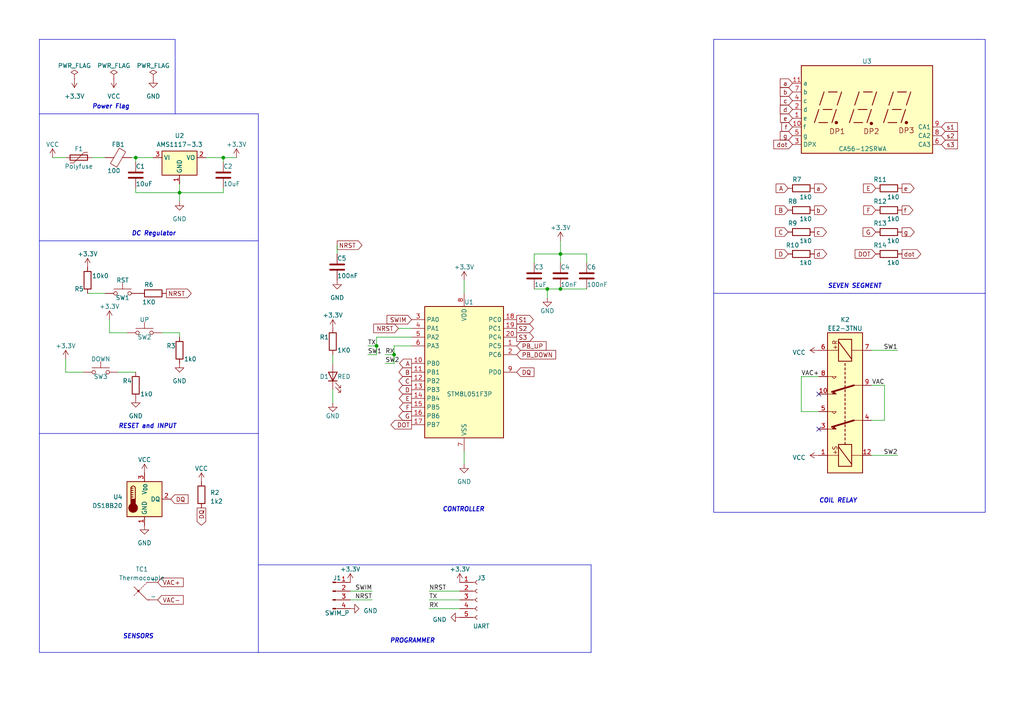
<source format=kicad_sch>
(kicad_sch (version 20230121) (generator eeschema)
  (paper "A4")
  (title_block (title "Rangkaian Pemanas Tissue Processor") (date "2023-01-8") (rev "0") (company "Universitas Gadjah Mada - PT. Mikonos"))
  (lib_symbols
    (symbol "Connector:Conn_01x04_Pin" (pin_names (offset 1.016) hide)
      (property "Reference" "J" (at 0 5.08 0))
      (property "Value" "Conn_01x04_Pin" (at 0 -7.62 0))
      (symbol "Conn_01x04_Pin_1_1"
        (polyline (pts (xy 1.27 -5.08) (xy 0.8636 -5.08)) (stroke (width 0.1524)))
        (polyline (pts (xy 1.27 -2.54) (xy 0.8636 -2.54)) (stroke (width 0.1524)))
        (polyline (pts (xy 1.27 0) (xy 0.8636 0)) (stroke (width 0.1524)))
        (polyline (pts (xy 1.27 2.54) (xy 0.8636 2.54)) (stroke (width 0.1524)))
        (rectangle (start 0.8636 -4.953) (end 0 -5.207) (stroke (width 0.1524)) (fill (type outline)))
        (rectangle (start 0.8636 -2.413) (end 0 -2.667) (stroke (width 0.1524)) (fill (type outline)))
        (rectangle (start 0.8636 0.127) (end 0 -0.127) (stroke (width 0.1524)) (fill (type outline)))
        (rectangle (start 0.8636 2.667) (end 0 2.413) (stroke (width 0.1524)) (fill (type outline)))
        (pin passive line (at 5.08 2.54 180) (length 3.81) (name "Pin_1") (number "1"))
        (pin passive line (at 5.08 0 180) (length 3.81) (name "Pin_2") (number "2"))
        (pin passive line (at 5.08 -2.54 180) (length 3.81) (name "Pin_3") (number "3"))
        (pin passive line (at 5.08 -5.08 180) (length 3.81) (name "Pin_4") (number "4"))
      )
    )
    (symbol "Connector:Conn_01x05_Socket" (pin_names (offset 1.016) hide)
      (property "Reference" "J" (at 0 7.62 0))
      (property "Value" "Conn_01x05_Socket" (at 0 -7.62 0))
      (symbol "Conn_01x05_Socket_1_1"
        (arc (start 0 -4.572) (mid -0.5058 -5.08) (end 0 -5.588) (stroke (width 0.1524)))
        (arc (start 0 -2.032) (mid -0.5058 -2.54) (end 0 -3.048) (stroke (width 0.1524)))
        (polyline (pts (xy -1.27 -5.08) (xy -0.508 -5.08)) (stroke (width 0.1524)))
        (polyline (pts (xy -1.27 -2.54) (xy -0.508 -2.54)) (stroke (width 0.1524)))
        (polyline (pts (xy -1.27 0) (xy -0.508 0)) (stroke (width 0.1524)))
        (polyline (pts (xy -1.27 2.54) (xy -0.508 2.54)) (stroke (width 0.1524)))
        (polyline (pts (xy -1.27 5.08) (xy -0.508 5.08)) (stroke (width 0.1524)))
        (arc (start 0 0.508) (mid -0.5058 0) (end 0 -0.508) (stroke (width 0.1524)))
        (arc (start 0 3.048) (mid -0.5058 2.54) (end 0 2.032) (stroke (width 0.1524)))
        (arc (start 0 5.588) (mid -0.5058 5.08) (end 0 4.572) (stroke (width 0.1524)))
        (pin passive line (at -5.08 5.08 0) (length 3.81) (name "Pin_1") (number "1"))
        (pin passive line (at -5.08 2.54 0) (length 3.81) (name "Pin_2") (number "2"))
        (pin passive line (at -5.08 0 0) (length 3.81) (name "Pin_3") (number "3"))
        (pin passive line (at -5.08 -2.54 0) (length 3.81) (name "Pin_4") (number "4"))
        (pin passive line (at -5.08 -5.08 0) (length 3.81) (name "Pin_5") (number "5"))
      )
    )
    (symbol "Device:C" (pin_numbers hide) (pin_names (offset 0.254))
      (property "Reference" "C" (at 0.635 2.54 0))
      (property "Value" "C" (at 0.635 -2.54 0))
      (symbol "C_0_1"
        (polyline (pts (xy -2.032 -0.762) (xy 2.032 -0.762)) (stroke (width 0.508)))
        (polyline (pts (xy -2.032 0.762) (xy 2.032 0.762)) (stroke (width 0.508)))
      )
      (symbol "C_1_1"
        (pin passive line (at 0 3.81 270) (length 2.794) (name "~") (number "1"))
        (pin passive line (at 0 -3.81 90) (length 2.794) (name "~") (number "2"))
      )
    )
    (symbol "Device:FerriteBead" (pin_numbers hide) (pin_names (offset 0))
      (property "Reference" "FB" (at -3.81 0.635 90))
      (property "Value" "FerriteBead" (at 3.81 0 90))
      (symbol "FerriteBead_0_1"
        (polyline (pts (xy 0 -1.27) (xy 0 -1.2192)))
        (polyline (pts (xy 0 1.27) (xy 0 1.2954)))
        (polyline (pts (xy -2.7686 0.4064) (xy -1.7018 2.2606) (xy 2.7686 -0.3048) (xy 1.6764 -2.159) (xy -2.7686 0.4064)))
      )
      (symbol "FerriteBead_1_1"
        (pin passive line (at 0 3.81 270) (length 2.54) (name "~") (number "1"))
        (pin passive line (at 0 -3.81 90) (length 2.54) (name "~") (number "2"))
      )
    )
    (symbol "Device:LED" (pin_numbers hide) (pin_names (offset 1.016) hide)
      (property "Reference" "D" (at 0 2.54 0))
      (property "Value" "LED" (at 0 -2.54 0))
      (symbol "LED_0_1"
        (polyline (pts (xy -1.27 -1.27) (xy -1.27 1.27)) (stroke (width 0.254)))
        (polyline (pts (xy -1.27 0) (xy 1.27 0)))
        (polyline (pts (xy 1.27 -1.27) (xy 1.27 1.27) (xy -1.27 0) (xy 1.27 -1.27)) (stroke (width 0.254)))
        (polyline (pts (xy -3.048 -0.762) (xy -4.572 -2.286) (xy -3.81 -2.286) (xy -4.572 -2.286) (xy -4.572 -1.524)))
        (polyline (pts (xy -1.778 -0.762) (xy -3.302 -2.286) (xy -2.54 -2.286) (xy -3.302 -2.286) (xy -3.302 -1.524)))
      )
      (symbol "LED_1_1"
        (pin passive line (at -3.81 0 0) (length 2.54) (name "K") (number "1"))
        (pin passive line (at 3.81 0 180) (length 2.54) (name "A") (number "2"))
      )
    )
    (symbol "Device:Polyfuse" (pin_numbers hide) (pin_names (offset 0))
      (property "Reference" "F" (at -2.54 0 90))
      (property "Value" "Polyfuse" (at 2.54 0 90))
      (symbol "Polyfuse_0_1"
        (rectangle (start -0.762 2.54) (end 0.762 -2.54) (stroke (width 0.254)))
        (polyline (pts (xy 0 2.54) (xy 0 -2.54)))
        (polyline (pts (xy -1.524 2.54) (xy -1.524 1.524) (xy 1.524 -1.524) (xy 1.524 -2.54)))
      )
      (symbol "Polyfuse_1_1"
        (pin passive line (at 0 3.81 270) (length 1.27) (name "~") (number "1"))
        (pin passive line (at 0 -3.81 90) (length 1.27) (name "~") (number "2"))
      )
    )
    (symbol "Device:R" (pin_numbers hide) (pin_names (offset 0))
      (property "Reference" "R" (at 2.032 0 90))
      (property "Value" "R" (at 0 0 90))
      (symbol "R_0_1"
        (rectangle (start -1.016 -2.54) (end 1.016 2.54) (stroke (width 0.254)))
      )
      (symbol "R_1_1"
        (pin passive line (at 0 3.81 270) (length 1.27) (name "~") (number "1"))
        (pin passive line (at 0 -3.81 90) (length 1.27) (name "~") (number "2"))
      )
    )
    (symbol "Device:Thermocouple" (pin_numbers hide) (pin_names (offset 0))
      (property "Reference" "TC" (at -3.048 3.81 0))
      (property "Value" "Thermocouple" (at -5.08 -4.064 0))
      (symbol "Thermocouple_0_1"
        (circle (center -3.048 0) (radius 0.254) (fill (type outline)))
        (polyline (pts (xy -4.064 -1.016) (xy -4.318 -1.27)))
        (polyline (pts (xy -3.556 -0.508) (xy -3.81 -0.762)))
        (polyline (pts (xy -3.048 0) (xy -3.302 -0.254)))
        (polyline (pts (xy -2.54 0.508) (xy -2.794 0.254)))
        (polyline (pts (xy -2.032 1.016) (xy -2.286 0.762)))
        (polyline (pts (xy -1.524 1.524) (xy -1.778 1.27)))
        (polyline (pts (xy -1.016 2.032) (xy -1.27 1.778)))
        (polyline (pts (xy -0.508 2.54) (xy -0.762 2.286)))
        (polyline (pts (xy 0 -2.54) (xy -0.254 -2.54)))
        (polyline (pts (xy 0 2.54) (xy -0.508 2.54)))
        (polyline (pts (xy 0.254 -2.54) (xy -0.508 -2.54) (xy -4.318 1.27)))
      )
      (symbol "Thermocouple_1_1"
        (pin passive line (at 2.54 2.54 180) (length 2.54) (name "+") (number "1"))
        (pin passive line (at 2.54 -2.54 180) (length 2.54) (name "-") (number "2"))
      )
    )
    (symbol "Display_Character:CA56-12SRWA"
      (property "Reference" "U3" (at 6.35 13.97 0))
      (property "Value" "CA56-12SRWA" (at 0 -11.43 0))
      (symbol "CA56-12SRWA_0_0"
        (rectangle (start -12.7 12.7) (end 25.4 -12.7) (stroke (width 0.254)) (fill (type background)))
        (polyline (pts (xy -8.89 -3.81) (xy -7.62 0)) (stroke (width 0.254)))
        (polyline (pts (xy -7.62 -3.81) (xy -5.08 -3.81)) (stroke (width 0.254)))
        (polyline (pts (xy -7.366 1.27) (xy -6.096 5.08)) (stroke (width 0.254)))
        (polyline (pts (xy -6.35 0) (xy -3.81 0)) (stroke (width 0.254)))
        (polyline (pts (xy -4.826 5.08) (xy -2.286 5.08)) (stroke (width 0.254)))
        (polyline (pts (xy -3.81 -3.81) (xy -2.54 0)) (stroke (width 0.254)))
        (polyline (pts (xy -2.286 1.27) (xy -1.016 5.08)) (stroke (width 0.254)))
        (polyline (pts (xy 1.27 -3.81) (xy 2.54 0)) (stroke (width 0.254)))
        (polyline (pts (xy 2.54 -3.81) (xy 5.08 -3.81)) (stroke (width 0.254)))
        (polyline (pts (xy 2.794 1.27) (xy 4.064 5.08)) (stroke (width 0.254)))
        (polyline (pts (xy 3.81 0) (xy 6.35 0)) (stroke (width 0.254)))
        (polyline (pts (xy 5.334 5.08) (xy 7.874 5.08)) (stroke (width 0.254)))
        (polyline (pts (xy 6.35 -3.81) (xy 7.62 0)) (stroke (width 0.254)))
        (polyline (pts (xy 7.874 1.27) (xy 9.144 5.08)) (stroke (width 0.254)))
        (polyline (pts (xy 11.176 -3.81) (xy 12.446 0)) (stroke (width 0.254)))
        (polyline (pts (xy 12.446 -3.81) (xy 14.986 -3.81)) (stroke (width 0.254)))
        (polyline (pts (xy 12.7 1.27) (xy 13.97 5.08)) (stroke (width 0.254)))
        (polyline (pts (xy 13.716 0) (xy 16.256 0)) (stroke (width 0.254)))
        (polyline (pts (xy 15.24 5.08) (xy 17.78 5.08)) (stroke (width 0.254)))
        (polyline (pts (xy 16.256 -3.81) (xy 17.526 0)) (stroke (width 0.254)))
        (polyline (pts (xy 17.78 1.27) (xy 19.05 5.08)) (stroke (width 0.254)))
        (text "DP1" (at -2.286 -6.35 0) (effects (font (size 1.524 1.524))))
        (text "DP2" (at 7.62 -6.35 0) (effects (font (size 1.524 1.524))))
        (text "DP3" (at 17.78 -6.096 0) (effects (font (size 1.524 1.524))))
      )
      (symbol "CA56-12SRWA_0_1"
        (circle (center -2.54 -3.81) (radius 0.3556) (stroke (width 0.254)) (fill (type outline)))
      )
      (symbol "CA56-12SRWA_1_0"
        (circle (center 7.62 -4.064) (radius 0.3556) (stroke (width 0.254)) (fill (type outline)))
        (circle (center 17.78 -3.81) (radius 0.3556) (stroke (width 0.254)) (fill (type outline)))
      )
      (symbol "CA56-12SRWA_1_1"
        (pin input line (at -15.24 -2.54 0) (length 2.54) (name "e") (number "1"))
        (pin input line (at -15.24 -5.08 0) (length 2.54) (name "f") (number "10"))
        (pin input line (at -15.24 7.62 0) (length 2.54) (name "a") (number "11"))
        (pin input line (at -15.24 0 0) (length 2.54) (name "d") (number "2"))
        (pin input line (at -15.24 -10.16 0) (length 2.54) (name "DPX") (number "3"))
        (pin input line (at -15.24 2.54 0) (length 2.54) (name "c") (number "4"))
        (pin input line (at -15.24 -7.62 0) (length 2.54) (name "g") (number "5"))
        (pin input line (at 27.94 -10.16 180) (length 2.54) (name "CA3") (number "6"))
        (pin input line (at -15.24 5.08 0) (length 2.54) (name "b") (number "7"))
        (pin input line (at 27.94 -7.62 180) (length 2.54) (name "CA2") (number "8"))
        (pin input line (at 27.94 -5.08 180) (length 2.54) (name "CA1") (number "9"))
      )
    )
    (symbol "MCU_ST_STM8:STM8L051F3P"
      (property "Reference" "U" (at 1.27 22.86 0))
      (property "Value" "STM8L051F3P" (at 1.27 20.32 0))
      (symbol "STM8L051F3P_0_1"
        (rectangle (start -11.43 19.05) (end 11.43 -19.05) (stroke (width 0.254)) (fill (type background)))
      )
      (symbol "STM8L051F3P_1_1"
        (pin bidirectional line (at 15.24 7.62 180) (length 3.81) (name "PC5") (number "1"))
        (pin bidirectional line (at -15.24 2.54 0) (length 3.81) (name "PB0") (number "10"))
        (pin bidirectional line (at -15.24 0 0) (length 3.81) (name "PB1") (number "11"))
        (pin bidirectional line (at -15.24 -2.54 0) (length 3.81) (name "PB2") (number "12"))
        (pin bidirectional line (at -15.24 -5.08 0) (length 3.81) (name "PB3") (number "13"))
        (pin bidirectional line (at -15.24 -7.62 0) (length 3.81) (name "PB4") (number "14"))
        (pin bidirectional line (at -15.24 -10.16 0) (length 3.81) (name "PB5") (number "15"))
        (pin bidirectional line (at -15.24 -12.7 0) (length 3.81) (name "PB6") (number "16"))
        (pin bidirectional line (at -15.24 -15.24 0) (length 3.81) (name "PB7") (number "17"))
        (pin bidirectional line (at 15.24 15.24 180) (length 3.81) (name "PC0") (number "18"))
        (pin bidirectional line (at 15.24 12.7 180) (length 3.81) (name "PC1") (number "19"))
        (pin bidirectional line (at 15.24 5.08 180) (length 3.81) (name "PC6") (number "2"))
        (pin bidirectional line (at 15.24 10.16 180) (length 3.81) (name "PC4") (number "20"))
        (pin power_in line (at -15.24 15.24 0) (length 3.81) (name "PA0") (number "3"))
        (pin bidirectional line (at -15.24 12.7 0) (length 3.81) (name "PA1") (number "4"))
        (pin bidirectional line (at -15.24 10.16 0) (length 3.81) (name "PA2") (number "5"))
        (pin bidirectional line (at -15.24 7.62 0) (length 3.81) (name "PA3") (number "6"))
        (pin power_in line (at 0 -22.86 90) (length 3.81) (name "VSS") (number "7"))
        (pin power_in line (at 0 22.86 270) (length 3.81) (name "VDD") (number "8"))
        (pin bidirectional line (at 15.24 0 180) (length 3.81) (name "PD0") (number "9"))
      )
    )
    (symbol "Regulator_Linear:AMS1117-3.3"
      (property "Reference" "U" (at -3.81 3.175 0))
      (property "Value" "AMS1117-3.3" (at 0 3.175 0))
      (symbol "AMS1117-3.3_0_1"
        (rectangle (start -5.08 -5.08) (end 5.08 1.905) (stroke (width 0.254)) (fill (type background)))
      )
      (symbol "AMS1117-3.3_1_1"
        (pin power_in line (at 0 -7.62 90) (length 2.54) (name "GND") (number "1"))
        (pin power_out line (at 7.62 0 180) (length 2.54) (name "VO") (number "2"))
        (pin power_in line (at -7.62 0 0) (length 2.54) (name "VI") (number "3"))
      )
    )
    (symbol "Relay:EE2-3TNU"
      (property "Reference" "K" (at 17.78 8.89 0))
      (property "Value" "EE2-3TNU" (at 21.59 6.35 0))
      (symbol "EE2-3TNU_1_1"
        (rectangle (start -20.32 5.08) (end 20.32 -5.08) (stroke (width 0.254)) (fill (type background)))
        (rectangle (start -18.415 1.905) (end -12.065 -1.905) (stroke (width 0.254)))
        (polyline (pts (xy -17.78 -1.905) (xy -12.7 1.905)) (stroke (width 0.254)))
        (polyline (pts (xy -15.24 -5.08) (xy -15.24 -1.905)))
        (polyline (pts (xy -15.24 5.08) (xy -15.24 1.905)))
        (polyline (pts (xy -12.065 0) (xy -11.43 0)) (stroke (width 0.254)))
        (polyline (pts (xy -10.795 0) (xy -10.16 0)) (stroke (width 0.254)))
        (polyline (pts (xy -9.525 0) (xy -8.89 0)) (stroke (width 0.254)))
        (polyline (pts (xy -8.255 0) (xy -7.62 0)) (stroke (width 0.254)))
        (polyline (pts (xy -6.985 0) (xy -6.35 0)) (stroke (width 0.254)))
        (polyline (pts (xy -5.715 0) (xy -5.08 0)) (stroke (width 0.254)))
        (polyline (pts (xy -5.08 -2.54) (xy -6.985 3.81)) (stroke (width 0.508)))
        (polyline (pts (xy -5.08 -2.54) (xy -5.08 -5.08)))
        (polyline (pts (xy -4.445 0) (xy -3.81 0)) (stroke (width 0.254)))
        (polyline (pts (xy -3.175 0) (xy -2.54 0)) (stroke (width 0.254)))
        (polyline (pts (xy -1.905 0) (xy -1.27 0)) (stroke (width 0.254)))
        (polyline (pts (xy -0.635 0) (xy 0 0)) (stroke (width 0.254)))
        (polyline (pts (xy 0.635 0) (xy 1.27 0)) (stroke (width 0.254)))
        (polyline (pts (xy 1.905 0) (xy 2.54 0)) (stroke (width 0.254)))
        (polyline (pts (xy 3.175 0) (xy 3.81 0)) (stroke (width 0.254)))
        (polyline (pts (xy 4.445 0) (xy 5.08 0)) (stroke (width 0.254)))
        (polyline (pts (xy 5.08 -2.54) (xy 3.175 3.81)) (stroke (width 0.508)))
        (polyline (pts (xy 5.08 -2.54) (xy 5.08 -5.08)))
        (polyline (pts (xy 5.715 0) (xy 6.35 0)) (stroke (width 0.254)))
        (polyline (pts (xy 6.985 0) (xy 7.62 0)) (stroke (width 0.254)))
        (polyline (pts (xy 8.255 0) (xy 8.89 0)) (stroke (width 0.254)))
        (polyline (pts (xy 9.525 0) (xy 10.16 0)) (stroke (width 0.254)))
        (polyline (pts (xy 10.795 0) (xy 11.43 0)) (stroke (width 0.254)))
        (polyline (pts (xy 12.7 -1.905) (xy 17.78 1.905)) (stroke (width 0.254)))
        (polyline (pts (xy 15.24 -5.08) (xy 15.24 -1.905)))
        (polyline (pts (xy 15.24 5.08) (xy 15.24 1.905)))
        (polyline (pts (xy -7.62 5.08) (xy -7.62 2.54) (xy -6.985 3.175) (xy -7.62 3.81)) (fill (type outline)))
        (polyline (pts (xy -2.54 5.08) (xy -2.54 2.54) (xy -3.175 3.175) (xy -2.54 3.81)))
        (polyline (pts (xy 2.54 5.08) (xy 2.54 2.54) (xy 3.175 3.175) (xy 2.54 3.81)) (fill (type outline)))
        (polyline (pts (xy 7.62 5.08) (xy 7.62 2.54) (xy 6.985 3.175) (xy 7.62 3.81)))
        (rectangle (start 12.065 1.905) (end 18.415 -1.905) (stroke (width 0.254)))
        (text "+" (at -14.351 2.921 0) (effects (font (size 1.27 1.27))))
        (text "+" (at 16.129 2.921 0) (effects (font (size 1.27 1.27))))
        (text "R" (at 17.526 2.921 0) (effects (font (size 1.27 1.27))))
        (text "S" (at -13.081 2.921 0) (effects (font (size 1.27 1.27))))
        (pin passive line (at -15.24 7.62 270) (length 2.54) (name "~") (number "1"))
        (pin passive line (at 2.54 7.62 270) (length 2.54) (name "~") (number "10"))
        (pin passive line (at -15.24 -7.62 90) (length 2.54) (name "~") (number "12"))
        (pin passive line (at -7.62 7.62 270) (length 2.54) (name "~") (number "3"))
        (pin passive line (at -5.08 -7.62 90) (length 2.54) (name "~") (number "4"))
        (pin passive line (at -2.54 7.62 270) (length 2.54) (name "~") (number "5"))
        (pin passive line (at 15.24 7.62 270) (length 2.54) (name "~") (number "6"))
        (pin passive line (at 15.24 -7.62 90) (length 2.54) (name "~") (number "7"))
        (pin passive line (at 7.62 7.62 270) (length 2.54) (name "~") (number "8"))
        (pin passive line (at 5.08 -7.62 90) (length 2.54) (name "~") (number "9"))
      )
    )
    (symbol "Sensor_Temperature:DS18B20"
      (property "Reference" "U" (at -3.81 6.35 0))
      (property "Value" "DS18B20" (at 6.35 6.35 0))
      (symbol "DS18B20_0_1"
        (rectangle (start -5.08 5.08) (end 5.08 -5.08) (stroke (width 0.254)) (fill (type background)))
        (circle (center -3.302 -2.54) (radius 1.27) (stroke (width 0.254)) (fill (type outline)))
        (rectangle (start -2.667 -1.905) (end -3.937 0) (stroke (width 0.254)) (fill (type outline)))
        (arc (start -2.667 3.175) (mid -3.302 3.8073) (end -3.937 3.175) (stroke (width 0.254)))
        (polyline (pts (xy -3.937 0.635) (xy -3.302 0.635)) (stroke (width 0.254)))
        (polyline (pts (xy -3.937 1.27) (xy -3.302 1.27)) (stroke (width 0.254)))
        (polyline (pts (xy -3.937 1.905) (xy -3.302 1.905)) (stroke (width 0.254)))
        (polyline (pts (xy -3.937 2.54) (xy -3.302 2.54)) (stroke (width 0.254)))
        (polyline (pts (xy -3.937 3.175) (xy -3.937 0)) (stroke (width 0.254)))
        (polyline (pts (xy -3.937 3.175) (xy -3.302 3.175)) (stroke (width 0.254)))
        (polyline (pts (xy -2.667 3.175) (xy -2.667 0)) (stroke (width 0.254)))
      )
      (symbol "DS18B20_1_1"
        (pin power_in line (at 0 -7.62 90) (length 2.54) (name "GND") (number "1"))
        (pin bidirectional line (at 7.62 0 180) (length 2.54) (name "DQ") (number "2"))
        (pin power_in line (at 0 7.62 270) (length 2.54) (name "V_{DD}") (number "3"))
      )
    )
    (symbol "Switch:SW_Push" (pin_numbers hide) (pin_names (offset 1.016) hide)
      (property "Reference" "SW" (at 1.27 2.54 0))
      (property "Value" "SW_Push" (at 0 -1.524 0))
      (symbol "SW_Push_0_1"
        (circle (center -2.032 0) (radius 0.508))
        (polyline (pts (xy 0 1.27) (xy 0 3.048)))
        (polyline (pts (xy 2.54 1.27) (xy -2.54 1.27)))
        (circle (center 2.032 0) (radius 0.508))
        (pin passive line (at -5.08 0 0) (length 2.54) (name "1") (number "1"))
        (pin passive line (at 5.08 0 180) (length 2.54) (name "2") (number "2"))
      )
    )
    (symbol "power:+3.3V" (power) (pin_names (offset 0))
      (property "Value" "+3.3V" (at 0 3.556 0))
      (symbol "+3.3V_0_1"
        (polyline (pts (xy -0.762 1.27) (xy 0 2.54)))
        (polyline (pts (xy 0 0) (xy 0 2.54)))
        (polyline (pts (xy 0 2.54) (xy 0.762 1.27)))
      )
      (symbol "+3.3V_1_1"
        (pin power_in line (at 0 0 90) (length 0) hide (name "+3.3V") (number "1"))
      )
    )
    (symbol "power:GND" (power) (pin_names (offset 0))
      (property "Value" "GND" (at 0 -3.81 0))
      (symbol "GND_0_1"
        (polyline (pts (xy 0 0) (xy 0 -1.27) (xy 1.27 -1.27) (xy 0 -2.54) (xy -1.27 -1.27) (xy 0 -1.27)))
      )
      (symbol "GND_1_1"
        (pin power_in line (at 0 0 270) (length 0) hide (name "GND") (number "1"))
      )
    )
    (symbol "power:PWR_FLAG" (power) (pin_numbers hide) (pin_names (offset 0) hide)
      (property "Value" "PWR_FLAG" (at 0 3.81 0))
      (symbol "PWR_FLAG_0_0"
        (pin power_out line (at 0 0 90) (length 0) (name "pwr") (number "1"))
      )
      (symbol "PWR_FLAG_0_1"
        (polyline (pts (xy 0 0) (xy 0 1.27) (xy -1.016 1.905) (xy 0 2.54) (xy 1.016 1.905) (xy 0 1.27)))
      )
    )
    (symbol "power:VCC" (power) (pin_names (offset 0))
      (property "Value" "VCC" (at 0 3.81 0))
      (symbol "VCC_0_1"
        (polyline (pts (xy -0.762 1.27) (xy 0 2.54)))
        (polyline (pts (xy 0 0) (xy 0 2.54)))
        (polyline (pts (xy 0 2.54) (xy 0.762 1.27)))
      )
      (symbol "VCC_1_1"
        (pin power_in line (at 0 0 90) (length 0) hide (name "VCC") (number "1"))
      )
    )
  )
  (junction (at 114.3 102.87))
  (junction (at 162.56 83.82))
  (junction (at 39.37 45.72))
  (junction (at 158.75 83.82))
  (junction (at 52.07 55.88))
  (junction (at 162.56 73.66))
  (junction (at 64.77 45.72))
  (junction (at 109.22 100.33))
  (no_connect (at 237.49 114.3))
  (no_connect (at 237.49 124.46))
  (wire (pts (xy 30.48 85.09) (xy 25.4 85.09)))
  (wire (pts (xy 52.07 53.34) (xy 52.07 55.88)))
  (wire (pts (xy 170.18 73.66) (xy 170.18 76.2)))
  (wire (pts (xy 158.75 83.82) (xy 158.75 86.36)))
  (wire (pts (xy 162.56 69.85) (xy 162.56 73.66)))
  (wire (pts (xy 39.37 54.61) (xy 39.37 55.88)))
  (polyline (pts (xy 50.8 33.02) (xy 11.43 33.02)))
  (wire (pts (xy 101.6 171.45) (xy 107.95 171.45)))
  (polyline (pts (xy 283.21 11.43) (xy 207.01 11.43)))
  (wire (pts (xy 154.94 83.82) (xy 158.75 83.82)))
  (wire (pts (xy 109.22 100.33) (xy 109.22 97.79)))
  (wire (pts (xy 134.62 81.28) (xy 134.62 85.09)))
  (wire (pts (xy 162.56 73.66) (xy 162.56 76.2)))
  (polyline (pts (xy 74.93 125.73) (xy 74.93 189.23)))
  (wire (pts (xy 64.77 45.72) (xy 64.77 46.99)))
  (wire (pts (xy 52.07 96.52) (xy 52.07 97.79)))
  (wire (pts (xy 52.07 55.88) (xy 64.77 55.88)))
  (wire (pts (xy 252.73 101.6) (xy 260.35 101.6)))
  (wire (pts (xy 114.3 102.87) (xy 114.3 105.41)))
  (wire (pts (xy 97.79 71.12) (xy 97.79 73.66)))
  (wire (pts (xy 154.94 73.66) (xy 162.56 73.66)))
  (wire (pts (xy 109.22 100.33) (xy 109.22 102.87)))
  (polyline (pts (xy 50.8 33.02) (xy 74.93 33.02)))
  (wire (pts (xy 124.46 173.99) (xy 133.35 173.99)))
  (wire (pts (xy 154.94 76.2) (xy 154.94 73.66)))
  (wire (pts (xy 31.75 92.71) (xy 31.75 96.52)))
  (polyline (pts (xy 207.01 85.09) (xy 207.01 148.59)))
  (wire (pts (xy 106.68 100.33) (xy 109.22 100.33)))
  (wire (pts (xy 26.67 45.72) (xy 30.48 45.72)))
  (polyline (pts (xy 74.93 189.23) (xy 171.45 189.23)))
  (polyline (pts (xy 74.93 69.85) (xy 11.43 69.85)))
  (polyline (pts (xy 207.01 148.59) (xy 285.75 148.59)))
  (wire (pts (xy 36.83 96.52) (xy 31.75 96.52)))
  (polyline (pts (xy 283.21 11.43) (xy 285.75 11.43)))
  (wire (pts (xy 96.52 113.03) (xy 96.52 116.84)))
  (wire (pts (xy 59.69 45.72) (xy 64.77 45.72)))
  (polyline (pts (xy 74.93 125.73) (xy 11.43 125.73)))
  (wire (pts (xy 24.13 107.95) (xy 19.05 107.95)))
  (wire (pts (xy 124.46 176.53) (xy 133.35 176.53)))
  (polyline (pts (xy 285.75 148.59) (xy 285.75 85.09)))
  (polyline (pts (xy 11.43 189.23) (xy 11.43 125.73)))
  (wire (pts (xy 46.99 96.52) (xy 52.07 96.52)))
  (polyline (pts (xy 11.43 125.73) (xy 11.43 69.85)))
  (polyline (pts (xy 207.01 85.09) (xy 285.75 85.09)))
  (wire (pts (xy 39.37 45.72) (xy 44.45 45.72)))
  (wire (pts (xy 111.76 102.87) (xy 114.3 102.87)))
  (polyline (pts (xy 74.93 69.85) (xy 74.93 125.73)))
  (wire (pts (xy 162.56 83.82) (xy 170.18 83.82)))
  (wire (pts (xy 109.22 97.79) (xy 119.38 97.79)))
  (wire (pts (xy 124.46 171.45) (xy 133.35 171.45)))
  (polyline (pts (xy 11.43 69.85) (xy 11.43 33.02)))
  (wire (pts (xy 52.07 55.88) (xy 52.07 58.42)))
  (wire (pts (xy 64.77 55.88) (xy 64.77 54.61)))
  (polyline (pts (xy 171.45 163.83) (xy 74.93 163.83)))
  (wire (pts (xy 101.6 173.99) (xy 107.95 173.99)))
  (wire (pts (xy 256.54 121.92) (xy 252.73 121.92)))
  (wire (pts (xy 158.75 83.82) (xy 162.56 83.82)))
  (wire (pts (xy 114.3 100.33) (xy 119.38 100.33)))
  (wire (pts (xy 64.77 45.72) (xy 68.58 45.72)))
  (polyline (pts (xy 171.45 189.23) (xy 171.45 163.83)))
  (wire (pts (xy 134.62 130.81) (xy 134.62 134.62)))
  (wire (pts (xy 39.37 55.88) (xy 52.07 55.88)))
  (polyline (pts (xy 74.93 189.23) (xy 11.43 189.23)))
  (wire (pts (xy 96.52 102.87) (xy 96.52 105.41)))
  (polyline (pts (xy 285.75 85.09) (xy 285.75 11.43)))
  (wire (pts (xy 162.56 73.66) (xy 170.18 73.66)))
  (wire (pts (xy 256.54 111.76) (xy 256.54 121.92)))
  (polyline (pts (xy 207.01 11.43) (xy 207.01 85.09)))
  (wire (pts (xy 34.29 107.95) (xy 39.37 107.95)))
  (polyline (pts (xy 50.8 11.43) (xy 50.8 33.02)))
  (wire (pts (xy 114.3 102.87) (xy 114.3 100.33)))
  (wire (pts (xy 15.24 45.72) (xy 19.05 45.72)))
  (wire (pts (xy 39.37 45.72) (xy 39.37 46.99)))
  (wire (pts (xy 106.68 102.87) (xy 109.22 102.87)))
  (wire (pts (xy 232.41 109.22) (xy 232.41 119.38)))
  (wire (pts (xy 252.73 132.08) (xy 260.35 132.08)))
  (wire (pts (xy 252.73 111.76) (xy 256.54 111.76)))
  (polyline (pts (xy 11.43 11.43) (xy 50.8 11.43)))
  (wire (pts (xy 115.57 95.25) (xy 119.38 95.25)))
  (wire (pts (xy 38.1 45.72) (xy 39.37 45.72)))
  (polyline (pts (xy 74.93 33.02) (xy 74.93 69.85)))
  (wire (pts (xy 19.05 104.14) (xy 19.05 107.95)))
  (wire (pts (xy 232.41 119.38) (xy 237.49 119.38)))
  (polyline (pts (xy 11.43 11.43) (xy 11.43 33.02)))
  (wire (pts (xy 237.49 109.22) (xy 232.41 109.22)))
  (wire (pts (xy 111.76 105.41) (xy 114.3 105.41)))
  (text "DC Regulator" (at 38.1 68.58 0) (effects (font (size 1.27 1.27) (thickness 0.254) bold italic) (justify left bottom)))
  (text "SENSORS" (at 35.56 185.42 0) (effects (font (size 1.27 1.27) (thickness 0.254) bold italic) (justify left bottom)))
  (text "PROGRAMMER" (at 113.03 186.69 0) (effects (font (size 1.27 1.27) bold italic) (justify left bottom)))
  (text "COIL RELAY" (at 237.49 146.05 0) (effects (font (size 1.27 1.27) (thickness 0.254) bold italic) (justify left bottom)))
  (text "CONTROLLER" (at 128.27 148.59 0) (effects (font (size 1.27 1.27) bold italic) (justify left bottom)))
  (text "SEVEN SEGMENT" (at 240.03 83.82 0) (effects (font (size 1.27 1.27) (thickness 0.254) bold italic) (justify left bottom)))
  (text "RESET and INPUT" (at 34.29 124.46 0) (effects (font (size 1.27 1.27) (thickness 0.254) bold italic) (justify left bottom)))
  (text "Power Flag" (at 26.67 31.75 0) (effects (font (size 1.27 1.27) (thickness 0.254) bold italic) (justify left bottom)))
  (label "NRST" (at 107.95 173.99 180))
  (label "NRST" (at 124.46 171.45 0))
  (label "VAC" (at 256.54 111.76 180))
  (label "SW1" (at 260.35 101.6 180))
  (label "SWIM" (at 107.95 171.45 180))
  (label "RX" (at 124.46 176.53 0))
  (label "TX" (at 124.46 173.99 0))
  (label "RX" (at 111.76 102.87 0))
  (label "TX" (at 106.68 100.33 0))
  (label "SW1" (at 106.68 102.87 0))
  (label "SW2" (at 260.35 132.08 180))
  (label "VAC+" (at 232.41 109.22 0))
  (label "SW2" (at 111.76 105.41 0))
  (global_label "e" (shape output) (at 261.62 54.61 0) (property "Intersheetrefs" "${INTERSHEET_REFS}" (effects hide)))
  (global_label "dot" (shape output) (at 261.62 73.66 0) (property "Intersheetrefs" "${INTERSHEET_REFS}" (effects hide)))
  (global_label "s3" (shape input) (at 273.05 41.91 0) (property "Intersheetrefs" "${INTERSHEET_REFS}" (effects hide)))
  (global_label "f" (shape output) (at 261.62 60.96 0) (property "Intersheetrefs" "${INTERSHEET_REFS}" (effects hide)))
  (global_label "DQ" (shape input) (at 49.53 144.78 0) (property "Intersheetrefs" "${INTERSHEET_REFS}" (effects hide)))
  (global_label "DQ" (shape output) (at 58.42 147.32 270) (property "Intersheetrefs" "${INTERSHEET_REFS}" (effects hide)))
  (global_label "D" (shape input) (at 228.6 73.66 180) (property "Intersheetrefs" "${INTERSHEET_REFS}" (effects hide)))
  (global_label "a" (shape output) (at 236.22 54.61 0) (property "Intersheetrefs" "${INTERSHEET_REFS}" (effects hide)))
  (global_label "G" (shape output) (at 119.38 120.65 180) (property "Intersheetrefs" "${INTERSHEET_REFS}" (effects hide)))
  (global_label "a" (shape input) (at 229.87 24.13 180) (property "Intersheetrefs" "${INTERSHEET_REFS}" (effects hide)))
  (global_label "d" (shape output) (at 236.22 73.66 0) (property "Intersheetrefs" "${INTERSHEET_REFS}" (effects hide)))
  (global_label "s1" (shape input) (at 273.05 36.83 0) (property "Intersheetrefs" "${INTERSHEET_REFS}" (effects hide)))
  (global_label "A" (shape output) (at 119.38 105.41 180) (property "Intersheetrefs" "${INTERSHEET_REFS}" (effects hide)))
  (global_label "C" (shape input) (at 228.6 67.31 180) (property "Intersheetrefs" "${INTERSHEET_REFS}" (effects hide)))
  (global_label "NRST" (shape input) (at 115.57 95.25 180) (property "Intersheetrefs" "${INTERSHEET_REFS}" (effects hide)))
  (global_label "dot" (shape input) (at 229.87 41.91 180) (property "Intersheetrefs" "${INTERSHEET_REFS}" (effects hide)))
  (global_label "A" (shape input) (at 228.6 54.61 180) (property "Intersheetrefs" "${INTERSHEET_REFS}" (effects hide)))
  (global_label "F" (shape input) (at 254 60.96 180) (property "Intersheetrefs" "${INTERSHEET_REFS}" (effects hide)))
  (global_label "S2" (shape output) (at 149.86 95.25 0) (property "Intersheetrefs" "${INTERSHEET_REFS}" (effects hide)))
  (global_label "G" (shape input) (at 254 67.31 180) (property "Intersheetrefs" "${INTERSHEET_REFS}" (effects hide)))
  (global_label "VAC+" (shape input) (at 45.72 168.91 0) (property "Intersheetrefs" "${INTERSHEET_REFS}" (effects hide)))
  (global_label "DQ" (shape input) (at 149.86 107.95 0) (property "Intersheetrefs" "${INTERSHEET_REFS}" (effects hide)))
  (global_label "B" (shape input) (at 228.6 60.96 180) (property "Intersheetrefs" "${INTERSHEET_REFS}" (effects hide)))
  (global_label "VAC-" (shape input) (at 45.72 173.99 0) (property "Intersheetrefs" "${INTERSHEET_REFS}" (effects hide)))
  (global_label "c" (shape output) (at 236.22 67.31 0) (property "Intersheetrefs" "${INTERSHEET_REFS}" (effects hide)))
  (global_label "B" (shape output) (at 119.38 107.95 180) (property "Intersheetrefs" "${INTERSHEET_REFS}" (effects hide)))
  (global_label "C" (shape output) (at 119.38 110.49 180) (property "Intersheetrefs" "${INTERSHEET_REFS}" (effects hide)))
  (global_label "E" (shape input) (at 254 54.61 180) (property "Intersheetrefs" "${INTERSHEET_REFS}" (effects hide)))
  (global_label "d" (shape input) (at 229.87 31.75 180) (property "Intersheetrefs" "${INTERSHEET_REFS}" (effects hide)))
  (global_label "e" (shape input) (at 229.87 34.29 180) (property "Intersheetrefs" "${INTERSHEET_REFS}" (effects hide)))
  (global_label "g" (shape output) (at 261.62 67.31 0) (property "Intersheetrefs" "${INTERSHEET_REFS}" (effects hide)))
  (global_label "E" (shape output) (at 119.38 115.57 180) (property "Intersheetrefs" "${INTERSHEET_REFS}" (effects hide)))
  (global_label "NRST" (shape output) (at 97.79 71.12 0) (property "Intersheetrefs" "${INTERSHEET_REFS}" (effects hide)))
  (global_label "s2" (shape input) (at 273.05 39.37 0) (property "Intersheetrefs" "${INTERSHEET_REFS}" (effects hide)))
  (global_label "F" (shape output) (at 119.38 118.11 180) (property "Intersheetrefs" "${INTERSHEET_REFS}" (effects hide)))
  (global_label "b" (shape output) (at 236.22 60.96 0) (property "Intersheetrefs" "${INTERSHEET_REFS}" (effects hide)))
  (global_label "PB_UP" (shape input) (at 149.86 100.33 0) (property "Intersheetrefs" "${INTERSHEET_REFS}" (effects hide)))
  (global_label "b" (shape input) (at 229.87 26.67 180) (property "Intersheetrefs" "${INTERSHEET_REFS}" (effects hide)))
  (global_label "NRST" (shape output) (at 48.26 85.09 0) (property "Intersheetrefs" "${INTERSHEET_REFS}" (effects hide)))
  (global_label "g" (shape input) (at 229.87 39.37 180) (property "Intersheetrefs" "${INTERSHEET_REFS}" (effects hide)))
  (global_label "S3" (shape output) (at 149.86 97.79 0) (property "Intersheetrefs" "${INTERSHEET_REFS}" (effects hide)))
  (global_label "c" (shape input) (at 229.87 29.21 180) (property "Intersheetrefs" "${INTERSHEET_REFS}" (effects hide)))
  (global_label "S1" (shape output) (at 149.86 92.71 0) (property "Intersheetrefs" "${INTERSHEET_REFS}" (effects hide)))
  (global_label "DOT" (shape input) (at 254 73.66 180) (property "Intersheetrefs" "${INTERSHEET_REFS}" (effects hide)))
  (global_label "D" (shape output) (at 119.38 113.03 180) (property "Intersheetrefs" "${INTERSHEET_REFS}" (effects hide)))
  (global_label "DOT" (shape output) (at 119.38 123.19 180) (property "Intersheetrefs" "${INTERSHEET_REFS}" (effects hide)))
  (global_label "f" (shape input) (at 229.87 36.83 180) (property "Intersheetrefs" "${INTERSHEET_REFS}" (effects hide)))
  (global_label "PB_DOWN" (shape input) (at 149.86 102.87 0) (property "Intersheetrefs" "${INTERSHEET_REFS}" (effects hide)))
  (global_label "SWIM" (shape input) (at 119.38 92.71 180) (property "Intersheetrefs" "${INTERSHEET_REFS}" (effects hide)))
  (symbol (lib_id "Device:R") (at 52.07 101.6 180) (unit 1)
    (property "Reference" "R3" (at 48.26 100.33 0) (effects (justify right)))
    (property "Value" "1k0" (at 53.34 104.14 0) (effects (justify right)))
    (property "Footprint" "Resistor_SMD:R_1206_3216Metric" (effects hide))
  )
  (symbol (lib_id "Switch:SW_Push") (at 41.91 96.52 0) (unit 1)
    (property "Reference" "SW2" (at 41.91 97.79 0))
    (property "Value" "UP" (at 41.91 92.71 0))
    (property "Footprint" "Button_Switch_SMD:SW_SPST_Omron_B3FS-100xP" (effects hide))
  )
  (symbol (lib_id "Device:R") (at 257.81 54.61 90) (unit 1)
    (property "Reference" "R11" (at 255.27 52.07 90))
    (property "Value" "1k0" (at 259.08 57.15 90))
    (property "Footprint" "Resistor_SMD:R_1206_3216Metric" (effects hide))
  )
  (symbol (lib_id "power:VCC") (at 41.91 137.16 0) (unit 1)
    (property "Reference" "#PWR014" (effects hide))
    (property "Value" "VCC" (at 41.91 133.35 0))
  )
  (symbol (lib_id "power:GND") (at 101.6 176.53 90) (unit 1)
    (property "Reference" "#PWR023" (effects hide))
    (property "Value" "GND" (at 105.41 177.165 90) (effects (justify right)))
  )
  (symbol (lib_id "Device:C") (at 97.79 77.47 0) (unit 1)
    (property "Reference" "C5" (at 97.79 74.93 0) (effects (justify left)))
    (property "Value" "100nF" (at 97.79 80.01 0) (effects (justify left)))
    (property "Footprint" "Capacitor_SMD:C_1206_3216Metric" (effects hide))
  )
  (symbol (lib_id "Device:C") (at 39.37 50.8 0) (unit 1)
    (property "Reference" "C1" (at 39.37 48.26 0) (effects (justify left)))
    (property "Value" "10uF" (at 39.37 53.34 0) (effects (justify left)))
    (property "Footprint" "Capacitor_SMD:C_1206_3216Metric" (effects hide))
  )
  (symbol (lib_id "Device:Thermocouple") (at 43.18 171.45 0) (unit 1)
    (property "Reference" "TC1" (at 41.148 165.1 0))
    (property "Value" "Thermocouple" (at 41.148 167.64 0))
    (property "Footprint" "Connector_PinSocket_2.54mm:PinSocket_1x02_P2.54mm_Horizontal" (effects hide))
  )
  (symbol (lib_id "Switch:SW_Push") (at 29.21 107.95 0) (unit 1)
    (property "Reference" "SW3" (at 29.21 109.22 0))
    (property "Value" "DOWN" (at 29.21 104.14 0))
    (property "Footprint" "Button_Switch_SMD:SW_SPST_Omron_B3FS-100xP" (effects hide))
  )
  (symbol (lib_id "power:+3.3V") (at 31.75 92.71 0) (unit 1)
    (property "Reference" "#PWR020" (effects hide))
    (property "Value" "+3.3V" (at 31.75 88.9 0))
  )
  (symbol (lib_id "Connector:Conn_01x04_Pin") (at 96.52 171.45 0) (unit 1)
    (property "Reference" "J1" (at 97.79 167.64 0))
    (property "Value" "SWIM_P" (at 97.79 177.8 0))
    (property "Footprint" "Connector_PinSocket_2.54mm:PinSocket_1x04_P2.54mm_Horizontal" (effects hide))
  )
  (symbol (lib_id "Device:C") (at 170.18 80.01 0) (unit 1)
    (property "Reference" "C6" (at 170.18 77.47 0) (effects (justify left)))
    (property "Value" "100nF" (at 170.18 82.55 0) (effects (justify left)))
    (property "Footprint" "Capacitor_SMD:C_1206_3216Metric" (effects hide))
  )
  (symbol (lib_id "Device:C") (at 162.56 80.01 0) (unit 1)
    (property "Reference" "C4" (at 162.56 77.47 0) (effects (justify left)))
    (property "Value" "10nF" (at 162.56 82.55 0) (effects (justify left)))
    (property "Footprint" "Capacitor_SMD:C_1206_3216Metric" (effects hide))
  )
  (symbol (lib_id "Device:R") (at 257.81 73.66 90) (unit 1)
    (property "Reference" "R14" (at 255.27 71.12 90))
    (property "Value" "1k0" (at 259.08 76.2 90))
    (property "Footprint" "Resistor_SMD:R_1206_3216Metric" (effects hide))
  )
  (symbol (lib_id "power:PWR_FLAG") (at 21.59 22.86 0) (unit 1)
    (property "Reference" "#FLG01" (effects hide))
    (property "Value" "PWR_FLAG" (at 21.59 19.05 0))
  )
  (symbol (lib_id "Device:R") (at 232.41 67.31 90) (unit 1)
    (property "Reference" "R9" (at 229.87 64.77 90))
    (property "Value" "1k0" (at 233.68 69.85 90))
    (property "Footprint" "Resistor_SMD:R_1206_3216Metric" (effects hide))
  )
  (symbol (lib_id "Device:R") (at 39.37 111.76 180) (unit 1)
    (property "Reference" "R4" (at 35.56 110.49 0) (effects (justify right)))
    (property "Value" "1k0" (at 40.64 114.3 0) (effects (justify right)))
    (property "Footprint" "Resistor_SMD:R_1206_3216Metric" (effects hide))
  )
  (symbol (lib_id "power:VCC") (at 237.49 101.6 90) (unit 1)
    (property "Reference" "#PWR026" (effects hide))
    (property "Value" "VCC" (at 233.68 102.235 90) (effects (justify left)))
  )
  (symbol (lib_id "MCU_ST_STM8:STM8L051F3P") (at 134.62 107.95 0) (unit 1)
    (property "Reference" "U1" (at 134.62 87.63 0) (effects (justify left)))
    (property "Value" "STM8L051F3P" (at 129.54 114.3 0) (effects (justify left)))
    (property "Footprint" "Package_SO:TSSOP-20_4.4x6.5mm_P0.65mm" (effects hide))
    (property "Datasheet" "http://www.st.com/st-web-ui/static/active/en/resource/technical/document/datasheet/DM00060484.pdf" (effects hide))
  )
  (symbol (lib_id "power:GND") (at 52.07 58.42 0) (unit 1)
    (property "Reference" "#PWR05" (effects hide))
    (property "Value" "GND" (at 52.07 63.5 0))
  )
  (symbol (lib_id "Device:C") (at 154.94 80.01 0) (unit 1)
    (property "Reference" "C3" (at 154.94 77.47 0) (effects (justify left)))
    (property "Value" "1uF" (at 154.94 82.55 0) (effects (justify left)))
    (property "Footprint" "Capacitor_SMD:C_1206_3216Metric" (effects hide))
  )
  (symbol (lib_id "power:GND") (at 39.37 115.57 0) (unit 1)
    (property "Reference" "#PWR018" (effects hide))
    (property "Value" "GND" (at 39.37 120.65 0))
  )
  (symbol (lib_id "power:GND") (at 96.52 116.84 0) (unit 1)
    (property "Reference" "#PWR06" (effects hide))
    (property "Value" "GND" (at 96.52 120.65 0))
  )
  (symbol (lib_id "power:GND") (at 134.62 134.62 0) (unit 1)
    (property "Reference" "#PWR09" (effects hide))
    (property "Value" "GND" (at 134.62 139.7 0))
  )
  (symbol (lib_id "Device:R") (at 96.52 99.06 180) (unit 1)
    (property "Reference" "R1" (at 92.71 97.79 0) (effects (justify right)))
    (property "Value" "1K0" (at 97.79 101.6 0) (effects (justify right)))
    (property "Footprint" "Resistor_SMD:R_1206_3216Metric" (effects hide))
  )
  (symbol (lib_id "power:GND") (at 44.45 22.86 0) (unit 1)
    (property "Reference" "#PWR03" (effects hide))
    (property "Value" "GND" (at 44.45 27.94 0))
  )
  (symbol (lib_id "power:+3.3V") (at 134.62 81.28 0) (unit 1)
    (property "Reference" "#PWR011" (effects hide))
    (property "Value" "+3.3V" (at 134.62 77.47 0))
  )
  (symbol (lib_id "power:VCC") (at 15.24 45.72 0) (unit 1)
    (property "Reference" "#PWR04" (effects hide))
    (property "Value" "VCC" (at 15.24 41.91 0))
  )
  (symbol (lib_id "Connector:Conn_01x05_Socket") (at 138.43 173.99 0) (unit 1)
    (property "Reference" "J3" (at 138.43 167.64 0) (effects (justify left)))
    (property "Value" "UART" (at 137.16 181.61 0) (effects (justify left)))
    (property "Footprint" "Connector_PinSocket_2.54mm:PinSocket_1x05_P2.54mm_Horizontal" (effects hide))
  )
  (symbol (lib_id "Device:R") (at 257.81 60.96 90) (unit 1)
    (property "Reference" "R12" (at 255.27 58.42 90))
    (property "Value" "1k0" (at 259.08 63.5 90))
    (property "Footprint" "Resistor_SMD:R_1206_3216Metric" (effects hide))
  )
  (symbol (lib_id "power:+3.3V") (at 21.59 22.86 180) (unit 1)
    (property "Reference" "#PWR01" (effects hide))
    (property "Value" "+3.3V" (at 21.59 27.94 0))
  )
  (symbol (lib_id "Device:R") (at 44.45 85.09 90) (unit 1)
    (property "Reference" "R6" (at 43.18 82.55 90))
    (property "Value" "1K0" (at 43.18 87.63 90))
    (property "Footprint" "Resistor_SMD:R_1206_3216Metric" (effects hide))
  )
  (symbol (lib_id "Relay:EE2-3TNU") (at 245.11 116.84 90) (unit 1)
    (property "Reference" "K2" (at 245.11 92.71 90))
    (property "Value" "EE2-3TNU" (at 245.11 95.25 90))
    (property "Footprint" "Relay_SMD:Relay_DPDT_Kemet_EE2_NU_DoubleCoil" (effects hide))
    (property "Datasheet" "https://content.kemet.com/datasheets/KEM_R7002_EC2_EE2.pdf" (effects hide))
  )
  (symbol (lib_id "Device:LED") (at 96.52 109.22 90) (unit 1)
    (property "Reference" "D1" (at 92.71 109.22 90) (effects (justify right)))
    (property "Value" "RED" (at 97.79 109.22 90) (effects (justify right)))
    (property "Footprint" "LED_SMD:LED_1206_3216Metric" (effects hide))
  )
  (symbol (lib_id "power:VCC") (at 237.49 132.08 90) (unit 1)
    (property "Reference" "#PWR027" (effects hide))
    (property "Value" "VCC" (at 233.68 132.715 90) (effects (justify left)))
  )
  (symbol (lib_id "power:+3.3V") (at 101.6 168.91 0) (unit 1)
    (property "Reference" "#PWR022" (effects hide))
    (property "Value" "+3.3V" (at 101.6 165.1 0))
  )
  (symbol (lib_id "power:+3.3V") (at 68.58 45.72 0) (unit 1)
    (property "Reference" "#PWR07" (effects hide))
    (property "Value" "+3.3V" (at 68.58 41.91 0))
  )
  (symbol (lib_id "Sensor_Temperature:DS18B20") (at 41.91 144.78 0) (unit 1)
    (property "Reference" "U4" (at 35.56 144.145 0) (effects (justify right)))
    (property "Value" "DS18B20" (at 35.56 146.685 0) (effects (justify right)))
    (property "Footprint" "Package_TO_SOT_THT:TO-92_Inline" (effects hide))
    (property "Datasheet" "http://datasheets.maximintegrated.com/en/ds/DS18B20.pdf" (effects hide))
  )
  (symbol (lib_id "Device:R") (at 58.42 143.51 0) (unit 1)
    (property "Reference" "R2" (at 60.96 142.875 0) (effects (justify left)))
    (property "Value" "1k2" (at 60.96 145.415 0) (effects (justify left)))
    (property "Footprint" "Resistor_SMD:R_1206_3216Metric" (effects hide))
  )
  (symbol (lib_id "power:+3.3V") (at 162.56 69.85 0) (unit 1)
    (property "Reference" "#PWR012" (effects hide))
    (property "Value" "+3.3V" (at 162.56 66.04 0))
  )
  (symbol (lib_id "Device:R") (at 25.4 81.28 180) (unit 1)
    (property "Reference" "R5" (at 21.59 83.82 0) (effects (justify right)))
    (property "Value" "10k0" (at 26.67 80.01 0) (effects (justify right)))
    (property "Footprint" "Resistor_SMD:R_1206_3216Metric" (effects hide))
  )
  (symbol (lib_id "Display_Character:CA56-12SRWA") (at 245.11 31.75 0) (unit 1)
    (property "Reference" "U3" (at 251.46 17.78 0))
    (property "Value" "CA56-12SRWA" (at 250.19 43.18 0))
    (property "Footprint" "Display_7Segment:CA56-12SRWA" (effects hide))
    (property "Datasheet" "http://www.kingbrightusa.com/images/catalog/SPEC/CA56-12SRWA.pdf" (effects hide))
  )
  (symbol (lib_id "power:+3.3V") (at 19.05 104.14 0) (unit 1)
    (property "Reference" "#PWR019" (effects hide))
    (property "Value" "+3.3V" (at 19.05 100.33 0))
  )
  (symbol (lib_id "power:VCC") (at 33.02 22.86 180) (unit 1)
    (property "Reference" "#PWR02" (effects hide))
    (property "Value" "VCC" (at 33.02 27.94 0))
  )
  (symbol (lib_id "Device:R") (at 232.41 60.96 90) (unit 1)
    (property "Reference" "R8" (at 229.87 58.42 90))
    (property "Value" "1k0" (at 233.68 63.5 90))
    (property "Footprint" "Resistor_SMD:R_1206_3216Metric" (effects hide))
  )
  (symbol (lib_id "power:+3.3V") (at 25.4 77.47 0) (unit 1)
    (property "Reference" "#PWR021" (effects hide))
    (property "Value" "+3.3V" (at 25.4 73.66 0))
  )
  (symbol (lib_id "Switch:SW_Push") (at 35.56 85.09 0) (unit 1)
    (property "Reference" "SW1" (at 35.56 86.36 0))
    (property "Value" "RST" (at 35.56 81.28 0))
    (property "Footprint" "Button_Switch_SMD:SW_SPST_Omron_B3FS-100xP" (effects hide))
  )
  (symbol (lib_id "power:GND") (at 158.75 86.36 0) (unit 1)
    (property "Reference" "#PWR010" (effects hide))
    (property "Value" "GND" (at 158.75 90.17 0))
  )
  (symbol (lib_id "power:GND") (at 41.91 152.4 0) (unit 1)
    (property "Reference" "#PWR016" (effects hide))
    (property "Value" "GND" (at 41.91 157.48 0))
  )
  (symbol (lib_id "Regulator_Linear:AMS1117-3.3") (at 52.07 45.72 0) (unit 1)
    (property "Reference" "U2" (at 52.07 39.37 0))
    (property "Value" "AMS1117-3.3" (at 52.07 41.91 0))
    (property "Footprint" "Package_TO_SOT_SMD:SOT-223-3_TabPin2" (effects hide))
    (property "Datasheet" "http://www.advanced-monolithic.com/pdf/ds1117.pdf" (effects hide))
  )
  (symbol (lib_id "power:GND") (at 52.07 105.41 0) (unit 1)
    (property "Reference" "#PWR017" (effects hide))
    (property "Value" "GND" (at 52.07 110.49 0))
  )
  (symbol (lib_id "power:+3.3V") (at 133.35 168.91 0) (unit 1)
    (property "Reference" "#PWR024" (effects hide))
    (property "Value" "+3.3V" (at 133.35 165.1 0))
  )
  (symbol (lib_id "Device:R") (at 232.41 54.61 90) (unit 1)
    (property "Reference" "R7" (at 231.14 52.07 90))
    (property "Value" "1k0" (at 233.68 57.15 90))
    (property "Footprint" "Resistor_SMD:R_1206_3216Metric" (effects hide))
  )
  (symbol (lib_id "power:PWR_FLAG") (at 33.02 22.86 0) (unit 1)
    (property "Reference" "#FLG02" (effects hide))
    (property "Value" "PWR_FLAG" (at 33.02 19.05 0))
  )
  (symbol (lib_id "Device:C") (at 64.77 50.8 0) (unit 1)
    (property "Reference" "C2" (at 64.77 48.26 0) (effects (justify left)))
    (property "Value" "10uF" (at 64.77 53.34 0) (effects (justify left)))
    (property "Footprint" "Capacitor_SMD:C_1206_3216Metric" (effects hide))
  )
  (symbol (lib_id "Device:R") (at 257.81 67.31 90) (unit 1)
    (property "Reference" "R13" (at 255.27 64.77 90))
    (property "Value" "1k0" (at 259.08 69.85 90))
    (property "Footprint" "Resistor_SMD:R_1206_3216Metric" (effects hide))
  )
  (symbol (lib_id "power:GND") (at 97.79 81.28 0) (unit 1)
    (property "Reference" "#PWR013" (effects hide))
    (property "Value" "GND" (at 97.79 86.36 0))
  )
  (symbol (lib_id "Device:R") (at 232.41 73.66 90) (unit 1)
    (property "Reference" "R10" (at 229.87 71.12 90))
    (property "Value" "1k0" (at 233.68 76.2 90))
    (property "Footprint" "Resistor_SMD:R_1206_3216Metric" (effects hide))
  )
  (symbol (lib_id "Device:Polyfuse") (at 22.86 45.72 90) (unit 1)
    (property "Reference" "F1" (at 22.86 43.18 90))
    (property "Value" "Polyfuse" (at 22.86 48.26 90))
    (property "Footprint" "Fuse:Fuse_2512_6332Metric" (effects hide))
  )
  (symbol (lib_id "power:GND") (at 133.35 179.07 270) (unit 1)
    (property "Reference" "#PWR025" (effects hide))
    (property "Value" "GND" (at 129.54 179.705 90) (effects (justify right)))
  )
  (symbol (lib_id "power:+3.3V") (at 96.52 95.25 0) (unit 1)
    (property "Reference" "#PWR08" (effects hide))
    (property "Value" "+3.3V" (at 96.52 91.44 0))
  )
  (symbol (lib_id "power:PWR_FLAG") (at 44.45 22.86 0) (unit 1)
    (property "Reference" "#FLG03" (effects hide))
    (property "Value" "PWR_FLAG" (at 44.45 19.05 0))
  )
  (symbol (lib_id "power:VCC") (at 58.42 139.7 0) (unit 1)
    (property "Reference" "#PWR015" (effects hide))
    (property "Value" "VCC" (at 58.42 135.89 0))
  )
  (symbol (lib_id "Device:FerriteBead") (at 34.29 45.72 90) (unit 1)
    (property "Reference" "FB1" (at 34.29 41.91 90))
    (property "Value" "100" (at 33.02 49.53 90))
    (property "Footprint" "Resistor_SMD:R_1206_3216Metric" (effects hide))
  )
)
</source>
